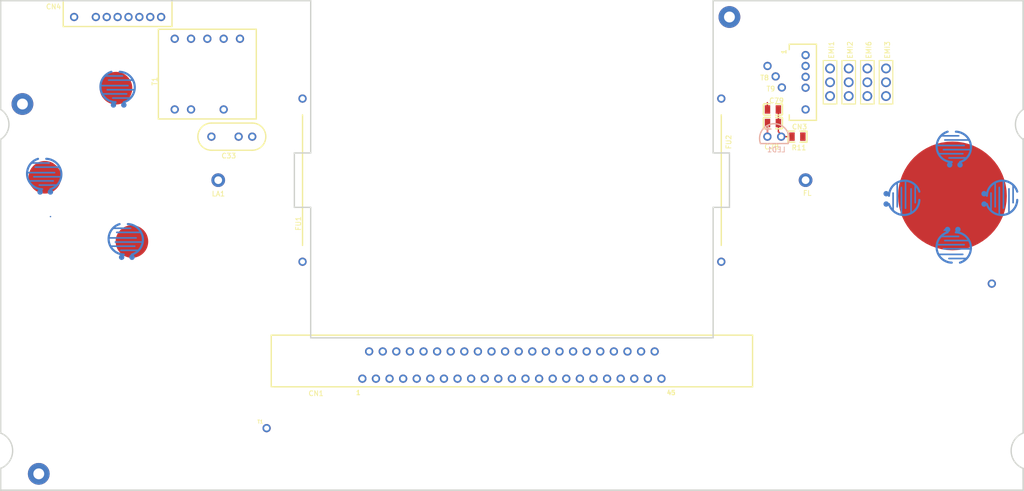
<source format=kicad_pcb>
(kicad_pcb (version 20240108) (generator "pcbnew") (generator_version "8.0")
  (layers (0 "F.Cu" signal "TopLayer") (1 "In1.Cu" signal "5V+Signal") (2 "In2.Cu" signal "GND") (31 "B.Cu" signal "BottomLayer") (34 "B.Paste" user "BottomPasteMaskLayer") (35 "F.Paste" user "TopPasteMaskLayer") (36 "B.SilkS" user "BottomSilkLayer") (37 "F.SilkS" user "TopSilkLayer") (38 "B.Mask" user "BottomSolderMaskLayer") (39 "F.Mask" user "TopSolderMaskLayer") (44 "Edge.Cuts" user "BoardOutLine"))
  (net 0 "")
  (net 1 "D7")
  (net 2 "D6")
  (net 3 "D5")
  (net 4 "D4")
  (net 5 "D3")
  (net 6 "GG")
  (net 7 "R11_2")
  (net 8 "+5V")
  (net 9 "A8")
  (net 10 "A10")
  (net 11 "UP")
  (net 12 "DOWN")
  (net 13 "LE")
  (net 14 "RI")
  (net 15 "A9")
  (net 16 "ANALOG+5V")
  (net 17 "A7")
  (net 18 "A6")
  (net 19 "A5")
  (net 20 "A4")
  (net 21 "GND")
  (net 22 "CN3_5")
  (net 23 "D2")
  (net 24 "D0")
  (net 25 "D1")
  (net 26 "A14")
  (net 27 "EXM1")
  (net 28 "A15")
  (net 29 "MREQ")
  (net 30 "RD")
  (net 31 "M1")
  (net 32 "IORQ")
  (net 33 "R22_2")
  (net 34 "C23_2")
  (net 35 "TV")
  (net 36 "WR")
  (net 37 "IC1_26")
  (net 38 "CN4_6")
  (net 39 "PS")
  (net 40 "TR")
  (net 41 "TL")
  (net 42 "A0")
  (net 43 "A2")
  (net 44 "A3")
  (net 45 "A1")
  (net 46 "A11")
  (net 47 "A13")
  (net 48 "A12")
  (net 49 "RFSH")
  (net 50 "+34V")
  (net 51 "EMI6_3")
  (net 52 "EMI1_3")
  (net 53 "C32_1")
  (net 54 "C32_2")
  (net 55 "Q4_1")
  (net 56 "Q3_1")
  (net 57 "LA1_1")
  (net 58 "FU1_2")
  (net 59 "FU1_1")
  (net 60 "C33_1")
  (net 61 "CN3_3")
  (net 62 "CN3_4")
  (net 63 "EXM2")
  (net 64 "EMI3_1")
  (net 65 "EMI2_1")
  (net 66 "EMI1_1")
  (net 67 "EMI6_1")
  (net 68 "SAMP")
  (net 69 "CCLK")
  (net 70 "L2_2")
  (net 71 "CN4_7")
  (net 72 "CLK")
  (net 73 "LED1_2")
  (net 74 "EMI2_3")
  (net 75 "EMI3_3")
  (footprint "BackupProjects_allisonbarfield_personal_3_20250219:CONNECTOR3" (layer "F.Cu") (at 195 68)
    (property "Reference" "CN3" (at 0.415 14.6646 0) (layer "F.SilkS") (effects (font (size 0.9144 0.9144) (thickness 0.1524)) (justify left top)))
    (property "Value" "WIRE HARN SP FOR GG" (hide yes))
    (fp_line (start 0 0) (end 0 1) (stroke (width 0.254)) (layer "F.SilkS"))
    (fp_line (start 0 14) (end 0 13) (stroke (width 0.254)) (layer "F.SilkS"))
    (fp_line (start 5 0) (end 0 0) (stroke (width 0.254)) (layer "F.SilkS"))
    (fp_line (start 5 0) (end 5 14) (stroke (width 0.254)) (layer "F.SilkS"))
    (fp_line (start 5 14) (end 0 14) (stroke (width 0.254)) (layer "F.SilkS"))
    (fp_text user "1" (at -1.435 1.9049 90) (layer "F.SilkS") (effects (font (size 0.8 0.8) (thickness 0.2032)) (justify left top)))
    (pad "1" thru_hole oval (at 3 1.9999) (size 1.524 1.524) (drill 0.9144) (layers "*.Cu" "*.Mask") (net 16 "ANALOG+5V"))
    (pad "2" thru_hole oval (at 3 3.9999) (size 1.524 1.524) (drill 0.9144) (layers "*.Cu" "*.Mask") (net 21 "GND"))
    (pad "3" thru_hole oval (at 3 5.9999) (size 1.524 1.524) (drill 0.9144) (layers "*.Cu" "*.Mask") (net 61 "CN3_3"))
    (pad "4" thru_hole oval (at 3 7.9999) (size 1.524 1.524) (drill 0.9144) (layers "*.Cu" "*.Mask") (net 62 "CN3_4"))
    (pad "5" thru_hole oval (at 3 11.9999) (size 1.524 1.524) (drill 0.9144) (layers "*.Cu" "*.Mask") (net 22 "CN3_5"))
  )
  (footprint "BackupProjects_allisonbarfield_personal_3_20250219:Pad_gge109066" (layer "F.Cu") (at 191 71.9999)
    (property "Reference" "Pad_gge109066" (hide yes))
    (property "Value" "Pad_gge109066" (hide yes))
    (pad "5" thru_hole oval (at 0 0) (size 1.524 1.524) (drill 0.9144) (layers "*.Cu" "*.Mask") (net 21 "GND"))
  )
  (footprint "BackupProjects_allisonbarfield_personal_3_20250219:LAMP" (layer "F.Cu") (at 198 92.9999 180)
    (property "Reference" "LA1" (at 109.265 -1.9837 0) (layer "F.SilkS") (effects (font (size 0.9144 0.9144) (thickness 0.152)) (justify left top)))
    (property "Value" "Lamp" (hide yes))
    (pad "1" thru_hole oval (at 0.0001 0 180) (size 2.524 2.524) (drill 1.414) (layers "*.Cu" "*.Mask") (net 57 "LA1_1"))
    (pad "2" thru_hole oval (at 108.0001 0 180) (size 2.524 2.524) (drill 1.414) (layers "*.Cu" "*.Mask") (net 58 "FU1_2"))
  )
  (footprint "BackupProjects_allisonbarfield_personal_3_20250219:Hole_gge24790" (layer "F.Cu") (at 94.9999 62.9999)
    (property "Reference" "Hole_gge24790" (hide yes))
    (property "Value" "Hole_gge24790" (hide yes))
    (pad "" np_thru_hole circle (at 0 0) (size 2 2) (drill 2) (layers "F&B.Cu" "*.Mask"))
  )
  (footprint "BackupProjects_allisonbarfield_personal_3_20250219:Pad_gge24780" (layer "F.Cu") (at 54 78.9999)
    (property "Reference" "Pad_gge24780" (hide yes))
    (property "Value" "Pad_gge24780" (hide yes))
    (pad "1" thru_hole oval (at 0 0) (size 4 4) (drill 2) (layers "*.Cu" "*.Mask"))
  )
  (footprint "BackupProjects_allisonbarfield_personal_3_20250219:Pad_gge109074" (layer "F.Cu") (at 192.494 73.927)
    (property "Reference" "Pad_gge109074" (hide yes))
    (property "Value" "Pad_gge109074" (hide yes))
    (pad "6" thru_hole oval (at 0 0) (size 1.524 1.524) (drill 0.9144) (layers "*.Cu" "*.Mask") (net 61 "CN3_3"))
  )
  (footprint "BackupProjects_allisonbarfield_personal_3_20250219:Hole_gge24821" (layer "F.Cu") (at 235.5 107.0001)
    (property "Reference" "Hole_gge24821" (hide yes))
    (property "Value" "Hole_gge24821" (hide yes))
    (pad "" np_thru_hole circle (at 0 0) (size 2 2) (drill 2) (layers "F&B.Cu" "*.Mask"))
  )
  (footprint "BackupProjects_allisonbarfield_personal_3_20250219:Hole_gge24816" (layer "F.Cu") (at 235.0001 62.9999)
    (property "Reference" "Hole_gge24816" (hide yes))
    (property "Value" "Hole_gge24816" (hide yes))
    (pad "" np_thru_hole circle (at 0 0) (size 2 2) (drill 2) (layers "F&B.Cu" "*.Mask"))
  )
  (footprint "BackupProjects_allisonbarfield_personal_3_20250219:Pad_gge85411" (layer "F.Cu") (at 98.8991 138.6007)
    (property "Reference" "Pad_gge85411" (hide yes))
    (property "Value" "Pad_gge85411" (hide yes))
    (pad "3" thru_hole oval (at 0 0) (size 1.524 1.524) (drill 0.9144) (layers "*.Cu" "*.Mask") (net 72 "CLK"))
  )
  (footprint "BackupProjects_allisonbarfield_personal_3_20250219:Hole_gge24800" (layer "F.Cu") (at 183.75 115.4999)
    (property "Reference" "Hole_gge24800" (hide yes))
    (property "Value" "Hole_gge24800" (hide yes))
    (pad "" np_thru_hole circle (at 0 0) (size 2 2) (drill 2) (layers "F&B.Cu" "*.Mask"))
  )
  (footprint "BackupProjects_allisonbarfield_personal_3_20250219:FUSE" (layer "F.Cu") (at 182.5 78.0001 180)
    (property "Reference" "FU2" (at -0.8246 -9.3889 90) (layer "F.SilkS") (effects (font (size 0.9144 0.9144) (thickness 0.1524)) (justify left top)))
    (property "Value" "Glass tube fuse2A 3F 250VAC" (hide yes))
    (fp_line (start 0 -3) (end 0 -27) (stroke (width 0.254)) (layer "F.SilkS"))
    (pad "1" thru_hole oval (at 0.0001 0 180) (size 1.524 1.524) (drill 0.9144) (layers "*.Cu" "*.Mask") (net 21 "GND"))
    (pad "2" thru_hole oval (at 0.0001 -29.9999 180) (size 1.524 1.524) (drill 0.9144) (layers "*.Cu" "*.Mask") (net 57 "LA1_1"))
  )
  (footprint "BackupProjects_allisonbarfield_personal_3_20250219:Hole_gge24781" (layer "F.Cu") (at 103.9999 62.9999)
    (property "Reference" "Hole_gge24781" (hide yes))
    (property "Value" "Hole_gge24781" (hide yes))
    (pad "" np_thru_hole circle (at 0 0) (size 2 2) (drill 2) (layers "F&B.Cu" "*.Mask"))
  )
  (footprint "BackupProjects_allisonbarfield_personal_3_20250219:Pad_gge90736" (layer "F.Cu") (at 232.245 112.027)
    (property "Reference" "Pad_gge90736" (hide yes))
    (property "Value" "Pad_gge90736" (hide yes))
    (pad "4" thru_hole oval (at 0 0) (size 1.524 1.524) (drill 0.9144) (layers "*.Cu" "*.Mask") (net 68 "SAMP"))
  )
  (footprint "BackupProjects_allisonbarfield_personal_3_20250219:CN4" (layer "F.Cu") (at 61.5 64.7501)
    (property "Reference" "CN4" (at -3.245 -4.1835 0) (layer "F.SilkS") (effects (font (size 0.9144 0.9144) (thickness 0.1524)) (justify left top)))
    (property "Value" "CN4" (hide yes))
    (fp_line (start 0 0) (end 0 -4.5) (stroke (width 0.254)) (layer "F.SilkS"))
    (fp_line (start 0 0) (end 20 0) (stroke (width 0.254)) (layer "F.SilkS"))
    (fp_line (start 20 0) (end 20 -4.5) (stroke (width 0.254)) (layer "F.SilkS"))
    (pad "1" thru_hole oval (at 18.0001 -1.7501) (size 1.524 1.524) (drill 0.9144) (layers "*.Cu" "*.Mask") (net 8 "+5V"))
    (pad "2" thru_hole oval (at 16.0001 -1.7501) (size 1.524 1.524) (drill 0.9144) (layers "*.Cu" "*.Mask") (net 8 "+5V"))
    (pad "3" thru_hole oval (at 14.0001 -1.7501) (size 1.524 1.524) (drill 0.9144) (layers "*.Cu" "*.Mask") (net 21 "GND"))
    (pad "4" thru_hole oval (at 12.0001 -1.7501) (size 1.524 1.524) (drill 0.9144) (layers "*.Cu" "*.Mask") (net 21 "GND"))
    (pad "5" thru_hole oval (at 10.0001 -1.7501) (size 1.524 1.524) (drill 0.9144) (layers "*.Cu" "*.Mask") (net 21 "GND"))
    (pad "6" thru_hole oval (at 8.0001 -1.7501) (size 1.524 1.524) (drill 0.9144) (layers "*.Cu" "*.Mask") (net 38 "CN4_6"))
    (pad "7" thru_hole oval (at 6.0001 -1.7501) (size 1.524 1.524) (drill 0.9144) (layers "*.Cu" "*.Mask") (net 71 "CN4_7"))
    (pad "9" thru_hole oval (at 2.0001 -1.7501) (size 1.524 1.524) (drill 0.9144) (layers "*.Cu" "*.Mask") (net 50 "+34V"))
  )
  (footprint "BackupProjects_allisonbarfield_personal_3_20250219:CN1" (layer "F.Cu") (at 99.75 121.5)
    (property "Reference" "CN1" (at 6.765 10.1866 0) (layer "F.SilkS") (effects (font (size 0.9144 0.9144) (thickness 0.1524)) (justify left top)))
    (property "Value" "CONN 45P FOR GG 01" (hide yes))
    (fp_line (start 0 0) (end 0 9.5) (stroke (width 0.254)) (layer "F.SilkS"))
    (fp_line (start 0.254 9.5) (end 88.5001 9.5) (stroke (width 0.254)) (layer "F.SilkS"))
    (fp_line (start 88.5001 0) (end 0 0) (stroke (width 0.254)) (layer "F.SilkS"))
    (fp_line (start 88.5001 0) (end 88.5 9.5) (stroke (width 0.254)) (layer "F.SilkS"))
    (fp_text user "1" (at 15.494 10.1219 0) (layer "F.SilkS") (effects (font (size 0.8 0.8) (thickness 0.2032)) (justify left top)))
    (fp_text user "45" (at 72.644 10.1219 0) (layer "F.SilkS") (effects (font (size 0.8 0.8) (thickness 0.2032)) (justify left top)))
    (pad "" np_thru_hole circle (at 3.5001 4.5) (size 3.5 3.5) (drill 3.5) (layers "F&B.Cu" "*.Mask"))
    (pad "" np_thru_hole circle (at 85.0001 4.5) (size 3.5 3.5) (drill 3.5) (layers "F&B.Cu" "*.Mask"))
    (pad "1" thru_hole oval (at 16.75 7.9999) (size 1.524 1.524) (drill 0.9144) (layers "*.Cu" "*.Mask") (net 50 "+34V"))
    (pad "2" thru_hole oval (at 17.9999 2.9999) (size 1.524 1.524) (drill 0.9144) (layers "*.Cu" "*.Mask") (net 8 "+5V"))
    (pad "3" thru_hole oval (at 19.2499 7.9999) (size 1.524 1.524) (drill 0.9144) (layers "*.Cu" "*.Mask") (net 36 "WR"))
    (pad "4" thru_hole oval (at 20.5001 2.9999) (size 1.524 1.524) (drill 0.9144) (layers "*.Cu" "*.Mask") (net 48 "A12"))
    (pad "5" thru_hole oval (at 21.75 7.9999) (size 1.524 1.524) (drill 0.9144) (layers "*.Cu" "*.Mask") (net 17 "A7"))
    (pad "6" thru_hole oval (at 22.9999 2.9999) (size 1.524 1.524) (drill 0.9144) (layers "*.Cu" "*.Mask") (net 18 "A6"))
    (pad "7" thru_hole oval (at 24.2499 7.9999) (size 1.524 1.524) (drill 0.9144) (layers "*.Cu" "*.Mask") (net 19 "A5"))
    (pad "8" thru_hole oval (at 25.5001 2.9999) (size 1.524 1.524) (drill 0.9144) (layers "*.Cu" "*.Mask") (net 20 "A4"))
    (pad "9" thru_hole oval (at 26.75 7.9999) (size 1.524 1.524) (drill 0.9144) (layers "*.Cu" "*.Mask") (net 44 "A3"))
    (pad "10" thru_hole oval (at 27.9999 2.9999) (size 1.524 1.524) (drill 0.9144) (layers "*.Cu" "*.Mask") (net 43 "A2"))
    (pad "11" thru_hole oval (at 29.2501 7.9999) (size 1.524 1.524) (drill 0.9144) (layers "*.Cu" "*.Mask") (net 45 "A1"))
    (pad "12" thru_hole oval (at 30.5 2.9999) (size 1.524 1.524) (drill 0.9144) (layers "*.Cu" "*.Mask") (net 42 "A0"))
    (pad "13" thru_hole oval (at 31.7551 7.9999) (size 1.524 1.524) (drill 0.9144) (layers "*.Cu" "*.Mask") (net 24 "D0"))
    (pad "14" thru_hole oval (at 32.9999 2.9999) (size 1.524 1.524) (drill 0.9144) (layers "*.Cu" "*.Mask") (net 25 "D1"))
    (pad "15" thru_hole oval (at 34.2498 7.9999) (size 1.524 1.524) (drill 0.9144) (layers "*.Cu" "*.Mask") (net 23 "D2"))
    (pad "16" thru_hole oval (at 35.5 2.9999) (size 1.524 1.524) (drill 0.9144) (layers "*.Cu" "*.Mask") (net 21 "GND"))
    (pad "17" thru_hole oval (at 36.75 7.9999) (size 1.524 1.524) (drill 0.9144) (layers "*.Cu" "*.Mask") (net 21 "GND"))
    (pad "18" thru_hole oval (at 37.9999 2.9999) (size 1.524 1.524) (drill 0.9144) (layers "*.Cu" "*.Mask") (net 21 "GND"))
    (pad "19" thru_hole oval (at 39.2501 7.9999) (size 1.524 1.524) (drill 0.9144) (layers "*.Cu" "*.Mask") (net 5 "D3"))
    (pad "20" thru_hole oval (at 40.5 2.9999) (size 1.524 1.524) (drill 0.9144) (layers "*.Cu" "*.Mask") (net 4 "D4"))
    (pad "21" thru_hole oval (at 41.75 7.9999) (size 1.524 1.524) (drill 0.9144) (layers "*.Cu" "*.Mask") (net 3 "D5"))
    (pad "22" thru_hole oval (at 42.9999 2.9999) (size 1.524 1.524) (drill 0.9144) (layers "*.Cu" "*.Mask") (net 2 "D6"))
    (pad "23" thru_hole oval (at 44.2501 7.9999) (size 1.524 1.524) (drill 0.9144) (layers "*.Cu" "*.Mask") (net 1 "D7"))
    (pad "24" thru_hole oval (at 45.5 2.9999) (size 1.524 1.524) (drill 0.9144) (layers "*.Cu" "*.Mask") (net 29 "MREQ"))
    (pad "25" thru_hole oval (at 46.7499 7.9999) (size 1.524 1.524) (drill 0.9144) (layers "*.Cu" "*.Mask") (net 10 "A10"))
    (pad "26" thru_hole oval (at 47.9999 2.9999) (size 1.524 1.524) (drill 0.9144) (layers "*.Cu" "*.Mask") (net 30 "RD"))
    (pad "27" thru_hole oval (at 49.2501 7.9999) (size 1.524 1.524) (drill 0.9144) (layers "*.Cu" "*.Mask") (net 63 "EXM2"))
    (pad "28" thru_hole oval (at 50.5 2.9999) (size 1.524 1.524) (drill 0.9144) (layers "*.Cu" "*.Mask") (net 28 "A15"))
    (pad "29" thru_hole oval (at 51.7499 7.9999) (size 1.524 1.524) (drill 0.9144) (layers "*.Cu" "*.Mask") (net 46 "A11"))
    (pad "30" thru_hole oval (at 52.9999 2.9999) (size 1.524 1.524) (drill 0.9144) (layers "*.Cu" "*.Mask") (net 15 "A9"))
    (pad "31" thru_hole oval (at 54.2501 7.9999) (size 1.524 1.524) (drill 0.9144) (layers "*.Cu" "*.Mask") (net 9 "A8"))
    (pad "32" thru_hole oval (at 55.5 2.9999) (size 1.524 1.524) (drill 0.9144) (layers "*.Cu" "*.Mask") (net 47 "A13"))
    (pad "33" thru_hole oval (at 56.7499 7.9999) (size 1.524 1.524) (drill 0.9144) (layers "*.Cu" "*.Mask") (net 26 "A14"))
    (pad "34" thru_hole oval (at 58.0001 2.9999) (size 1.524 1.524) (drill 0.9144) (layers "*.Cu" "*.Mask") (net 27 "EXM1"))
    (pad "35" thru_hole oval (at 59.25 7.9999) (size 1.524 1.524) (drill 0.9144) (layers "*.Cu" "*.Mask") (net 8 "+5V"))
    (pad "36" thru_hole oval (at 60.5 2.9999) (size 1.524 1.524) (drill 0.9144) (layers "*.Cu" "*.Mask") (net 31 "M1"))
    (pad "37" thru_hole oval (at 61.7499 7.9999) (size 1.524 1.524) (drill 0.9144) (layers "*.Cu" "*.Mask") (net 32 "IORQ"))
    (pad "38" thru_hole oval (at 63.0001 2.9999) (size 1.524 1.524) (drill 0.9144) (layers "*.Cu" "*.Mask") (net 49 "RFSH"))
    (pad "39" thru_hole oval (at 64.25 7.9999) (size 1.524 1.524) (drill 0.9144) (layers "*.Cu" "*.Mask") (net 37 "IC1_26"))
    (pad "40" thru_hole oval (at 65.5 2.9999) (size 1.524 1.524) (drill 0.9144) (layers "*.Cu" "*.Mask") (net 69 "CCLK"))
    (pad "41" thru_hole oval (at 66.7499 7.9999) (size 1.524 1.524) (drill 0.9144) (layers "*.Cu" "*.Mask") (net 21 "GND"))
    (pad "42" thru_hole oval (at 68.0001 2.9999) (size 1.524 1.524) (drill 0.9144) (layers "*.Cu" "*.Mask") (net 6 "GG"))
    (pad "43" thru_hole oval (at 69.25 8.0009) (size 1.524 1.524) (drill 0.9144) (layers "*.Cu" "*.Mask") (net 35 "TV"))
    (pad "44" thru_hole oval (at 70.5 2.9999) (size 1.524 1.524) (drill 0.9144) (layers "*.Cu" "*.Mask") (net 33 "R22_2"))
    (pad "45" thru_hole oval (at 71.7499 7.9999) (size 1.524 1.524) (drill 0.9144) (layers "*.Cu" "*.Mask") (net 34 "C23_2"))
  )
  (footprint "BackupProjects_allisonbarfield_personal_3_20250219:FILTER-TH_3P-L8.0-W2.5-P2.54-R" (layer "F.Cu") (at 212.7911 74.9989 90)
    (property "Reference" "EMI3" (at 4.2469 -0.2804 90) (layer "F.SilkS") (effects (font (size 0.9144 0.9144) (thickness 0.1524)) (justify left top)))
    (property "Value" "EMI" (hide yes))
    (fp_line (start 4 -1.25) (end 4 1.25) (stroke (width 0.2)) (layer "F.SilkS"))
    (fp_line (start -4 -1.25) (end 4 -1.25) (stroke (width 0.2)) (layer "F.SilkS"))
    (fp_line (start 4 1.2499) (end -4 1.2499) (stroke (width 0.2)) (layer "F.SilkS"))
    (fp_line (start -4 1.2499) (end -4 -1.2499) (stroke (width 0.2)) (layer "F.SilkS"))
    (pad "1" thru_hole oval (at -2.54 0 90) (size 1.8 1.8) (drill 1.2) (layers "*.Cu" "*.Mask") (net 64 "EMI3_1"))
    (pad "2" thru_hole oval (at 0 0 90) (size 1.8 1.8) (drill 1.2) (layers "*.Cu" "*.Mask") (net 21 "GND"))
    (pad "3" thru_hole oval (at 2.54 0 90) (size 1.8 1.8) (drill 1.2) (layers "*.Cu" "*.Mask") (net 75 "EMI3_3"))
  )
  (footprint "BackupProjects_allisonbarfield_personal_3_20250219:R0805" (layer "F.Cu") (at 196.4988 84.9989)
    (property "Reference" "R11" (at -1.1417 1.4999 0) (layer "F.SilkS") (effects (font (size 0.9144 0.9144) (thickness 0.1524)) (justify left top)))
    (property "Value" "0" (hide yes))
    (fp_line (start -1.75 -1.02) (end -1.75 1.02) (stroke (width 0.254)) (layer "F.SilkS"))
    (fp_line (start -0.5 -1.02) (end -1.75 -1.02) (stroke (width 0.254)) (layer "F.SilkS"))
    (fp_line (start -0.5 1.02) (end -1.75 1.02) (stroke (width 0.254)) (layer "F.SilkS"))
    (fp_line (start 0.5 -1.02) (end 1.75 -1.02) (stroke (width 0.254)) (layer "F.SilkS"))
    (fp_line (start 0.5 1.02) (end 1.75 1.02) (stroke (width 0.254)) (layer "F.SilkS"))
    (fp_line (start 1.75 -1.02) (end 1.75 1.02) (stroke (width 0.254)) (layer "F.SilkS"))
    (pad "1" smd rect (at -1 0) (size 1 1.55) (layers "F.Cu" "F.Paste" "F.Mask") (net 73 "LED1_2"))
    (pad "2" smd rect (at 1 0) (size 1 1.55) (layers "F.Cu" "F.Paste" "F.Mask") (net 7 "R11_2"))
  )
  (footprint "BackupProjects_allisonbarfield_personal_3_20250219:CAP33" (layer "F.Cu") (at 88.75 85)
    (property "Reference" "C33" (at 1.763 2.9986 0) (layer "F.SilkS") (effects (font (size 0.9144 0.9144) (thickness 0.1524)) (justify left top)))
    (property "Value" "1u" (hide yes))
    (fp_line (start 7.5 -2.5) (end 0.005 -2.5) (stroke (width 0.254)) (layer "F.SilkS"))
    (fp_line (start 7.5 2.5) (end 0.005 2.5) (stroke (width 0.254)) (layer "F.SilkS"))
    (fp_arc (start 0.005 2.5) (mid -2.495 0) (end 0.005 -2.5) (stroke (width 0.254)) (layer "F.SilkS"))
    (fp_arc (start 7.5 -2.5) (mid 10 0) (end 7.5 2.5) (stroke (width 0.254)) (layer "F.SilkS"))
    (pad "1" thru_hole oval (at 0 0.0001) (size 1.524 1.524) (drill 0.9144) (layers "*.Cu" "*.Mask") (net 60 "C33_1"))
    (pad "2" thru_hole oval (at 5 0.0001) (size 1.524 1.524) (drill 0.9144) (layers "*.Cu" "*.Mask") (net 59 "FU1_1"))
    (pad "2" thru_hole oval (at 7.5001 0.0001) (size 1.524 1.524) (drill 0.9144) (layers "*.Cu" "*.Mask") (net 59 "FU1_1"))
  )
  (footprint "BackupProjects_allisonbarfield_personal_3_20250219:Hole_gge24795" (layer "F.Cu") (at 94.5 115.4999)
    (property "Reference" "Hole_gge24795" (hide yes))
    (property "Value" "Hole_gge24795" (hide yes))
    (pad "" np_thru_hole circle (at 0 0) (size 2 2) (drill 2) (layers "F&B.Cu" "*.Mask"))
  )
  (footprint "BackupProjects_allisonbarfield_personal_3_20250219:C0805" (layer "F.Cu") (at 192.0005 82.4995 180)
    (property "Reference" "C78" (at 1.6655 -3.8481 0) (layer "F.SilkS") (effects (font (size 0.9144 0.9144) (thickness 0.1524)) (justify left top)))
    (property "Value" "1u" (hide yes))
    (fp_line (start 1.75 0.84) (end 1.75 0.8) (stroke (width 0.254)) (layer "F.SilkS"))
    (fp_line (start 1.75 -0.8) (end 1.75 0.8) (stroke (width 0.254)) (layer "F.SilkS"))
    (fp_line (start 1.75 -0.84) (end 1.75 -0.8) (stroke (width 0.254)) (layer "F.SilkS"))
    (fp_line (start 0.5 1.04) (end 1.55 1.04) (stroke (width 0.254)) (layer "F.SilkS"))
    (fp_line (start 0.5 -1.04) (end 1.55 -1.04) (stroke (width 0.254)) (layer "F.SilkS"))
    (fp_line (start -0.5 1.04) (end -1.55 1.04) (stroke (width 0.254)) (layer "F.SilkS"))
    (fp_line (start -0.5 -1.04) (end -1.55 -1.04) (stroke (width 0.254)) (layer "F.SilkS"))
    (fp_line (start -1.75 0.84) (end -1.75 0.8) (stroke (width 0.254)) (layer "F.SilkS"))
    (fp_line (start -1.75 -0.8) (end -1.75 0.8) (stroke (width 0.254)) (layer "F.SilkS"))
    (fp_line (start -1.75 -0.8199) (end -1.75 -0.8) (stroke (width 0.254)) (layer "F.SilkS"))
    (fp_line (start -1.75 -0.84) (end -1.75 -0.8) (stroke (width 0.254)) (layer "F.SilkS"))
    (fp_arc (start 1.75 0.84) (mid 1.691421 0.981421) (end 1.55 1.04) (stroke (width 0.254)) (layer "F.SilkS"))
    (fp_arc (start 1.55 -1.04) (mid 1.691421 -0.981421) (end 1.75 -0.84) (stroke (width 0.254)) (layer "F.SilkS"))
    (fp_arc (start -1.55 1.04) (mid -1.691421 0.981421) (end -1.75 0.84) (stroke (width 0.254)) (layer "F.SilkS"))
    (fp_arc (start -1.75 -0.84) (mid -1.691421 -0.981421) (end -1.55 -1.04) (stroke (width 0.254)) (layer "F.SilkS"))
    (pad "1" smd rect (at -1 0 180) (size 1 1.55) (layers "F.Cu" "F.Paste" "F.Mask") (net 73 "LED1_2"))
    (pad "2" smd rect (at 1 0 180) (size 1 1.55) (layers "F.Cu" "F.Paste" "F.Mask") (net 8 "+5V"))
  )
  (footprint "BackupProjects_allisonbarfield_personal_3_20250219:Pad_gge24811" (layer "F.Cu") (at 184 62.9999)
    (property "Reference" "Pad_gge24811" (hide yes))
    (property "Value" "Pad_gge24811" (hide yes))
    (pad "1" thru_hole oval (at 0 0) (size 4 4) (drill 2) (layers "*.Cu" "*.Mask"))
  )
  (footprint "BackupProjects_allisonbarfield_personal_3_20250219:FILTER-TH_3P-L8.0-W2.5-P2.54-R" (layer "F.Cu") (at 205.9306 74.9989 90)
    (property "Reference" "EMI2" (at 4.2469 -0.2799 90) (layer "F.SilkS") (effects (font (size 0.9144 0.9144) (thickness 0.1524)) (justify left top)))
    (property "Value" "EMI" (hide yes))
    (fp_line (start 4 -1.25) (end 4 1.25) (stroke (width 0.2)) (layer "F.SilkS"))
    (fp_line (start -4 -1.25) (end 4 -1.25) (stroke (width 0.2)) (layer "F.SilkS"))
    (fp_line (start 4 1.2499) (end -4 1.2499) (stroke (width 0.2)) (layer "F.SilkS"))
    (fp_line (start -4 1.2499) (end -4 -1.2499) (stroke (width 0.2)) (layer "F.SilkS"))
    (pad "1" thru_hole oval (at -2.54 0 90) (size 1.8 1.8) (drill 1.2) (layers "*.Cu" "*.Mask") (net 65 "EMI2_1"))
    (pad "2" thru_hole oval (at 0 0 90) (size 1.8 1.8) (drill 1.2) (layers "*.Cu" "*.Mask") (net 21 "GND"))
    (pad "3" thru_hole oval (at 2.54 0 90) (size 1.8 1.8) (drill 1.2) (layers "*.Cu" "*.Mask") (net 74 "EMI2_3"))
  )
  (footprint "BackupProjects_allisonbarfield_personal_3_20250219:Hole_gge24805" (layer "F.Cu") (at 183.75 70.75)
    (property "Reference" "Hole_gge24805" (hide yes))
    (property "Value" "Hole_gge24805" (hide yes))
    (pad "" np_thru_hole circle (at 0 0) (size 2 2) (drill 2) (layers "F&B.Cu" "*.Mask"))
  )
  (footprint "BackupProjects_allisonbarfield_personal_3_20250219:Hole_gge24831" (layer "F.Cu") (at 213.9999 85.5)
    (property "Reference" "Hole_gge24831" (hide yes))
    (property "Value" "Hole_gge24831" (hide yes))
    (pad "" np_thru_hole circle (at 0 0) (size 2 2) (drill 2) (layers "F&B.Cu" "*.Mask"))
  )
  (footprint "BackupProjects_allisonbarfield_personal_3_20250219:FILTER-TH_3P-L8.0-W2.5-P2.54-R" (layer "F.Cu") (at 202.4991 74.9989 90)
    (property "Reference" "EMI1" (at 4.2469 -0.2784 90) (layer "F.SilkS") (effects (font (size 0.9144 0.9144) (thickness 0.1524)) (justify left top)))
    (property "Value" "EMI" (hide yes))
    (fp_line (start 4 -1.25) (end 4 1.25) (stroke (width 0.2)) (layer "F.SilkS"))
    (fp_line (start -4 -1.25) (end 4 -1.25) (stroke (width 0.2)) (layer "F.SilkS"))
    (fp_line (start 4 1.2499) (end -4 1.2499) (stroke (width 0.2)) (layer "F.SilkS"))
    (fp_line (start -4 1.2499) (end -4 -1.2499) (stroke (width 0.2)) (layer "F.SilkS"))
    (pad "1" thru_hole oval (at -2.54 0 90) (size 1.8 1.8) (drill 1.2) (layers "*.Cu" "*.Mask") (net 66 "EMI1_1"))
    (pad "2" thru_hole oval (at 0 0 90) (size 1.8 1.8) (drill 1.2) (layers "*.Cu" "*.Mask") (net 21 "GND"))
    (pad "3" thru_hole oval (at 2.54 0 90) (size 1.8 1.8) (drill 1.2) (layers "*.Cu" "*.Mask") (net 52 "EMI1_3"))
  )
  (footprint "BackupProjects_allisonbarfield_personal_3_20250219:Pad_gge109081" (layer "F.Cu") (at 193.637 75.959)
    (property "Reference" "Pad_gge109081" (hide yes))
    (property "Value" "Pad_gge109081" (hide yes))
    (pad "7" thru_hole oval (at 0 0) (size 1.524 1.524) (drill 0.9144) (layers "*.Cu" "*.Mask") (net 62 "CN3_4"))
  )
  (footprint "BackupProjects_allisonbarfield_personal_3_20250219:FUSE" (layer "F.Cu") (at 105.5 78.0001 180)
    (property "Reference" "FU1" (at 1.2964 -24.3749 90) (layer "F.SilkS") (effects (font (size 0.9144 0.9144) (thickness 0.1524)) (justify left top)))
    (property "Value" "Glass tube fuse2A 3F 250VAC" (hide yes))
    (fp_line (start 0 -3) (end 0 -27) (stroke (width 0.254)) (layer "F.SilkS"))
    (pad "1" thru_hole oval (at 0 0 180) (size 1.524 1.524) (drill 0.9144) (layers "*.Cu" "*.Mask") (net 59 "FU1_1"))
    (pad "2" thru_hole oval (at 0 -29.9999 180) (size 1.524 1.524) (drill 0.9144) (layers "*.Cu" "*.Mask") (net 58 "FU1_2"))
  )
  (footprint "BackupProjects_allisonbarfield_personal_3_20250219:TR1" (layer "F.Cu") (at 79 65.2499)
    (property "Reference" "T1" (at -1.2124 10.4551 90) (layer "F.SilkS") (effects (font (size 0.9144 0.9144) (thickness 0.1524)) (justify left top)))
    (property "Value" "Transformer T1" (hide yes))
    (fp_line (start 0 0) (end 0 16.5) (stroke (width 0.254)) (layer "F.SilkS"))
    (fp_line (start 0 0) (end 18 0) (stroke (width 0.254)) (layer "F.SilkS"))
    (fp_line (start 0 16.5) (end 18 16.5) (stroke (width 0.254)) (layer "F.SilkS"))
    (fp_line (start 18 0) (end 18 16.5) (stroke (width 0.254)) (layer "F.SilkS"))
    (pad "1" thru_hole oval (at 2.9999 1.75) (size 1.524 1.524) (drill 0.9144) (layers "*.Cu" "*.Mask") (net 53 "C32_1"))
    (pad "2" thru_hole oval (at 5.9999 1.75) (size 1.524 1.524) (drill 0.9144) (layers "*.Cu" "*.Mask") (net 21 "GND"))
    (pad "3" thru_hole oval (at 8.9999 1.75) (size 1.524 1.524) (drill 0.9144) (layers "*.Cu" "*.Mask") (net 70 "L2_2"))
    (pad "4" thru_hole oval (at 11.9999 1.75) (size 1.524 1.524) (drill 0.9144) (layers "*.Cu" "*.Mask") (net 54 "C32_2"))
    (pad "5" thru_hole oval (at 14.9999 1.75) (size 1.524 1.524) (drill 0.9144) (layers "*.Cu" "*.Mask") (net 56 "Q3_1"))
    (pad "6" thru_hole oval (at 2.9999 14.75) (size 1.524 1.524) (drill 0.9144) (layers "*.Cu" "*.Mask") (net 55 "Q4_1"))
    (pad "7" thru_hole oval (at 5.9999 14.75) (size 1.524 1.524) (drill 0.9144) (layers "*.Cu" "*.Mask"))
    (pad "8" thru_hole oval (at 11.9999 14.75) (size 1.524 1.524) (drill 0.9144) (layers "*.Cu" "*.Mask") (net 60 "C33_1"))
  )
  (footprint "BackupProjects_allisonbarfield_personal_3_20250219:Pad_gge24769" (layer "F.Cu") (at 57 147)
    (property "Reference" "Pad_gge24769" (hide yes))
    (property "Value" "Pad_gge24769" (hide yes))
    (pad "1" thru_hole oval (at 0 0) (size 4 4) (drill 2) (layers "*.Cu" "*.Mask"))
  )
  (footprint "BackupProjects_allisonbarfield_personal_3_20250219:Hole_gge24826" (layer "F.Cu") (at 230.9999 147)
    (property "Reference" "Hole_gge24826" (hide yes))
    (property "Value" "Hole_gge24826" (hide yes))
    (pad "" np_thru_hole circle (at 0 0) (size 2 2) (drill 2) (layers "F&B.Cu" "*.Mask"))
  )
  (footprint "BackupProjects_allisonbarfield_personal_3_20250219:FILTER-TH_3P-L8.0-W2.5-P2.54-R" (layer "F.Cu") (at 209.3596 74.9989 90)
    (property "Reference" "EMI6" (at 4.2469 -0.2789 90) (layer "F.SilkS") (effects (font (size 0.9144 0.9144) (thickness 0.1524)) (justify left top)))
    (property "Value" "EMI" (hide yes))
    (fp_line (start 4 -1.25) (end 4 1.25) (stroke (width 0.2)) (layer "F.SilkS"))
    (fp_line (start -4 -1.25) (end 4 -1.25) (stroke (width 0.2)) (layer "F.SilkS"))
    (fp_line (start 4 1.2499) (end -4 1.2499) (stroke (width 0.2)) (layer "F.SilkS"))
    (fp_line (start -4 1.2499) (end -4 -1.2499) (stroke (width 0.2)) (layer "F.SilkS"))
    (pad "1" thru_hole oval (at -2.54 0 90) (size 1.8 1.8) (drill 1.2) (layers "*.Cu" "*.Mask") (net 67 "EMI6_1"))
    (pad "2" thru_hole oval (at 0 0 90) (size 1.8 1.8) (drill 1.2) (layers "*.Cu" "*.Mask") (net 21 "GND"))
    (pad "3" thru_hole oval (at 2.54 0 90) (size 1.8 1.8) (drill 1.2) (layers "*.Cu" "*.Mask") (net 51 "EMI6_3"))
  )
  (footprint "BackupProjects_allisonbarfield_personal_3_20250219:C0805" (layer "F.Cu") (at 192.0005 80.0001)
    (property "Reference" "C79" (at -0.7765 -2.1615 0) (layer "F.SilkS") (effects (font (size 0.9144 0.9144) (thickness 0.152)) (justify left top)))
    (property "Value" "1u" (hide yes))
    (fp_line (start -1.75 -0.84) (end -1.75 -0.8) (stroke (width 0.254)) (layer "F.SilkS"))
    (fp_line (start -1.75 -0.8199) (end -1.75 -0.8) (stroke (width 0.254)) (layer "F.SilkS"))
    (fp_line (start -1.75 -0.8) (end -1.75 0.8) (stroke (width 0.254)) (layer "F.SilkS"))
    (fp_line (start -1.75 0.84) (end -1.75 0.8) (stroke (width 0.254)) (layer "F.SilkS"))
    (fp_line (start -0.5 -1.04) (end -1.55 -1.04) (stroke (width 0.254)) (layer "F.SilkS"))
    (fp_line (start -0.5 1.04) (end -1.55 1.04) (stroke (width 0.254)) (layer "F.SilkS"))
    (fp_line (start 0.5 -1.04) (end 1.55 -1.04) (stroke (width 0.254)) (layer "F.SilkS"))
    (fp_line (start 0.5 1.04) (end 1.55 1.04) (stroke (width 0.254)) (layer "F.SilkS"))
    (fp_line (start 1.75 -0.84) (end 1.75 -0.8) (stroke (width 0.254)) (layer "F.SilkS"))
    (fp_line (start 1.75 -0.8) (end 1.75 0.8) (stroke (width 0.254)) (layer "F.SilkS"))
    (fp_line (start 1.75 0.84) (end 1.75 0.8) (stroke (width 0.254)) (layer "F.SilkS"))
    (fp_arc (start -1.75 -0.84) (mid -1.691421 -0.981421) (end -1.55 -1.04) (stroke (width 0.254)) (layer "F.SilkS"))
    (fp_arc (start -1.55 1.04) (mid -1.691421 0.981421) (end -1.75 0.84) (stroke (width 0.254)) (layer "F.SilkS"))
    (fp_arc (start 1.55 -1.04) (mid 1.691421 -0.981421) (end 1.75 -0.84) (stroke (width 0.254)) (layer "F.SilkS"))
    (fp_arc (start 1.75 0.84) (mid 1.691421 0.981421) (end 1.55 1.04) (stroke (width 0.254)) (layer "F.SilkS"))
    (pad "1" smd rect (at -1 0) (size 1 1.55) (layers "F.Cu" "F.Paste" "F.Mask") (net 21 "GND"))
    (pad "2" smd rect (at 1 0) (size 1 1.55) (layers "F.Cu" "F.Paste" "F.Mask") (net 73 "LED1_2"))
  )
  (footprint "BackupProjects_allisonbarfield_personal_3_20250219:BUTTON" (layer "B.Cu") (at 225.26 87.008 -90)
    (property "Reference" "SW1" (hide yes))
    (property "Value" "UP" (hide yes))
    (fp_line (start 0.381 1.905) (end 0.381 -2.921) (stroke (width 0.3)) (layer "B.Cu"))
    (fp_line (start -1.397 1.651) (end -1.397 -2.667) (stroke (width 0.3)) (layer "B.Cu"))
    (fp_line (start 1.905 0.889) (end 1.905 -2.286) (stroke (width 0.3)) (layer "B.Cu"))
    (fp_line (start -2.159 -0.889) (end -2.159 2.286) (stroke (width 0.3)) (layer "B.Cu"))
    (fp_line (start 1.143 -1.651) (end 1.143 2.667) (stroke (width 0.3)) (layer "B.Cu"))
    (fp_line (start -0.381 -1.905) (end -0.381 2.921) (stroke (width 0.3)) (layer "B.Cu"))
    (fp_arc (start 2.667 0.381) (mid 0.195606 3.127775) (end -2.921 1.143) (stroke (width 0.4)) (layer "B.Cu"))
    (fp_arc (start -2.921 -0.381) (mid -0.449606 -3.127775) (end 2.667 -1.143) (stroke (width 0.4)) (layer "B.Cu"))
    (pad "1" smd oval (at 3.175 0.762 90) (size 1 1) (layers "B.Cu" "B.Paste" "B.Mask") (net 21 "GND"))
    (pad "2" smd oval (at 3.175 -1.143 90) (size 1 1) (layers "B.Cu" "B.Paste" "B.Mask") (net 11 "UP"))
  )
  (footprint "BackupProjects_allisonbarfield_personal_3_20250219:BUTTON" (layer "B.Cu") (at 234.0001 96.2511 180)
    (property "Reference" "SW3" (hide yes))
    (property "Value" "LEFT" (hide yes))
    (fp_line (start 1.905 0.889) (end 1.905 -2.286) (stroke (width 0.3)) (layer "B.Cu"))
    (fp_line (start 1.143 -1.651) (end 1.143 2.667) (stroke (width 0.3)) (layer "B.Cu"))
    (fp_line (start 0.381 1.905) (end 0.381 -2.921) (stroke (width 0.3)) (layer "B.Cu"))
    (fp_line (start -0.381 -1.905) (end -0.381 2.921) (stroke (width 0.3)) (layer "B.Cu"))
    (fp_line (start -1.397 1.651) (end -1.397 -2.667) (stroke (width 0.3)) (layer "B.Cu"))
    (fp_line (start -2.159 -0.889) (end -2.159 2.286) (stroke (width 0.3)) (layer "B.Cu"))
    (fp_arc (start 2.667 0.381) (mid 0.195606 3.127775) (end -2.921 1.143) (stroke (width 0.4)) (layer "B.Cu"))
    (fp_arc (start -2.921 -0.381) (mid -0.449606 -3.127775) (end 2.667 -1.143) (stroke (width 0.4)) (layer "B.Cu"))
    (pad "1" smd oval (at 3.175 0.762) (size 1 1) (layers "B.Cu" "B.Paste" "B.Mask") (net 21 "GND"))
    (pad "2" smd oval (at 3.175 -1.143) (size 1 1) (layers "B.Cu" "B.Paste" "B.Mask") (net 13 "LE"))
  )
  (footprint "BackupProjects_allisonbarfield_personal_3_20250219:BUTTON" (layer "B.Cu") (at 71.5 76 -90)
    (property "Reference" "SW7" (hide yes))
    (property "Value" "PS" (hide yes))
    (fp_line (start 0.381 1.905) (end 0.381 -2.921) (stroke (width 0.3)) (layer "B.Cu"))
    (fp_line (start -1.397 1.651) (end -1.397 -2.667) (stroke (width 0.3)) (layer "B.Cu"))
    (fp_line (start 1.905 0.889) (end 1.905 -2.286) (stroke (width 0.3)) (layer "B.Cu"))
    (fp_line (start -2.159 -0.889) (end -2.159 2.286) (stroke (width 0.3)) (layer "B.Cu"))
    (fp_line (start 1.143 -1.651) (end 1.143 2.667) (stroke (width 0.3)) (layer "B.Cu"))
    (fp_line (start -0.381 -1.905) (end -0.381 2.921) (stroke (width 0.3)) (layer "B.Cu"))
    (fp_arc (start 2.667 0.381) (mid 0.195606 3.127775) (end -2.921 1.143) (stroke (width 0.4)) (layer "B.Cu"))
    (fp_arc (start -2.921 -0.381) (mid -0.449606 -3.127775) (end 2.667 -1.143) (stroke (width 0.4)) (layer "B.Cu"))
    (pad "1" smd oval (at 3.1749 0.7619 90) (size 1 1) (layers "B.Cu" "B.Paste" "B.Mask") (net 21 "GND"))
    (pad "2" smd oval (at 3.1749 -1.1431 90) (size 1 1) (layers "B.Cu" "B.Paste" "B.Mask") (net 39 "PS"))
  )
  (footprint "BackupProjects_allisonbarfield_personal_3_20250219:BUTTON" (layer "B.Cu") (at 225.2498 105.2503 90)
    (property "Reference" "SW2" (hide yes))
    (property "Value" "DOWN" (hide yes))
    (fp_line (start -0.381 -1.905) (end -0.381 2.921) (stroke (width 0.3)) (layer "B.Cu"))
    (fp_line (start 1.143 -1.651) (end 1.143 2.667) (stroke (width 0.3)) (layer "B.Cu"))
    (fp_line (start -2.159 -0.889) (end -2.159 2.286) (stroke (width 0.3)) (layer "B.Cu"))
    (fp_line (start 1.905 0.889) (end 1.905 -2.286) (stroke (width 0.3)) (layer "B.Cu"))
    (fp_line (start -1.397 1.651) (end -1.397 -2.667) (stroke (width 0.3)) (layer "B.Cu"))
    (fp_line (start 0.381 1.905) (end 0.381 -2.921) (stroke (width 0.3)) (layer "B.Cu"))
    (fp_arc (start -2.921 -0.381) (mid -0.449606 -3.127775) (end 2.667 -1.143) (stroke (width 0.4)) (layer "B.Cu"))
    (fp_arc (start 2.667 0.381) (mid 0.195606 3.127775) (end -2.921 1.143) (stroke (width 0.4)) (layer "B.Cu"))
    (pad "1" smd oval (at 3.175 0.762 270) (size 1 1) (layers "B.Cu" "B.Paste" "B.Mask") (net 12 "DOWN"))
    (pad "2" smd oval (at 3.175 -1.143 270) (size 1 1) (layers "B.Cu" "B.Paste" "B.Mask") (net 21 "GND"))
  )
  (footprint "BackupProjects_allisonbarfield_personal_3_20250219:BUTTON" (layer "B.Cu") (at 58.001 91.9991 -90)
    (property "Reference" "SW6" (hide yes))
    (property "Value" "TR" (hide yes))
    (fp_line (start 0.381 1.905) (end 0.381 -2.921) (stroke (width 0.3)) (layer "B.Cu"))
    (fp_line (start -1.397 1.651) (end -1.397 -2.667) (stroke (width 0.3)) (layer "B.Cu"))
    (fp_line (start 1.905 0.889) (end 1.905 -2.286) (stroke (width 0.3)) (layer "B.Cu"))
    (fp_line (start -2.159 -0.889) (end -2.159 2.286) (stroke (width 0.3)) (layer "B.Cu"))
    (fp_line (start 1.143 -1.651) (end 1.143 2.667) (stroke (width 0.3)) (layer "B.Cu"))
    (fp_line (start -0.381 -1.905) (end -0.381 2.921) (stroke (width 0.3)) (layer "B.Cu"))
    (fp_arc (start 2.667 0.381) (mid 0.195606 3.127775) (end -2.921 1.143) (stroke (width 0.4)) (layer "B.Cu"))
    (fp_arc (start -2.921 -0.381) (mid -0.449606 -3.127775) (end 2.667 -1.143) (stroke (width 0.4)) (layer "B.Cu"))
    (pad "1" smd oval (at 3.175 0.762 90) (size 1 1) (layers "B.Cu" "B.Paste" "B.Mask") (net 40 "TR"))
    (pad "2" smd oval (at 3.175 -1.143 90) (size 1 1) (layers "B.Cu" "B.Paste" "B.Mask") (net 21 "GND"))
  )
  (footprint "BackupProjects_allisonbarfield_personal_3_20250219:BUTTON" (layer "B.Cu") (at 72.9997 104.0006 -90)
    (property "Reference" "SW5" (hide yes))
    (property "Value" "TL" (hide yes))
    (fp_line (start 0.381 1.905) (end 0.381 -2.921) (stroke (width 0.3)) (layer "B.Cu"))
    (fp_line (start -1.397 1.651) (end -1.397 -2.667) (stroke (width 0.3)) (layer "B.Cu"))
    (fp_line (start 1.905 0.889) (end 1.905 -2.286) (stroke (width 0.3)) (layer "B.Cu"))
    (fp_line (start -2.159 -0.889) (end -2.159 2.286) (stroke (width 0.3)) (layer "B.Cu"))
    (fp_line (start 1.143 -1.651) (end 1.143 2.667) (stroke (width 0.3)) (layer "B.Cu"))
    (fp_line (start -0.381 -1.905) (end -0.381 2.921) (stroke (width 0.3)) (layer "B.Cu"))
    (fp_arc (start 2.667 0.381) (mid 0.195606 3.127775) (end -2.921 1.143) (stroke (width 0.4)) (layer "B.Cu"))
    (fp_arc (start -2.921 -0.381) (mid -0.449606 -3.127775) (end 2.667 -1.143) (stroke (width 0.4)) (layer "B.Cu"))
    (pad "1" smd oval (at 3.175 0.762 90) (size 1 1) (layers "B.Cu" "B.Paste" "B.Mask") (net 41 "TL"))
    (pad "2" smd oval (at 3.175 -1.143 90) (size 1 1) (layers "B.Cu" "B.Paste" "B.Mask") (net 21 "GND"))
  )
  (footprint "BackupProjects_allisonbarfield_personal_3_20250219:BUTTON" (layer "B.Cu") (at 215.9992 96.2511 180)
    (property "Reference" "SW4" (hide yes))
    (property "Value" "RIGHT" (hide yes))
    (fp_line (start 1.905 0.889) (end 1.905 -2.286) (stroke (width 0.3)) (layer "B.Cu"))
    (fp_line (start 1.143 -1.651) (end 1.143 2.667) (stroke (width 0.3)) (layer "B.Cu"))
    (fp_line (start 0.381 1.905) (end 0.381 -2.921) (stroke (width 0.3)) (layer "B.Cu"))
    (fp_line (start -0.381 -1.905) (end -0.381 2.921) (stroke (width 0.3)) (layer "B.Cu"))
    (fp_line (start -1.397 1.651) (end -1.397 -2.667) (stroke (width 0.3)) (layer "B.Cu"))
    (fp_line (start -2.159 -0.889) (end -2.159 2.286) (stroke (width 0.3)) (layer "B.Cu"))
    (fp_arc (start 2.667 0.381) (mid 0.195606 3.127775) (end -2.921 1.143) (stroke (width 0.4)) (layer "B.Cu"))
    (fp_arc (start -2.921 -0.381) (mid -0.449606 -3.127775) (end 2.667 -1.143) (stroke (width 0.4)) (layer "B.Cu"))
    (pad "1" smd oval (at 3.175 0.762) (size 1 1) (layers "B.Cu" "B.Paste" "B.Mask") (net 21 "GND"))
    (pad "2" smd oval (at 3.175 -1.143) (size 1 1) (layers "B.Cu" "B.Paste" "B.Mask") (net 14 "RI"))
  )
  (footprint "BackupProjects_allisonbarfield_personal_3_20250219:LED-TH_2P-L4.80-W3.80-P2.54-L" (layer "B.Cu") (at 192.2502 84.9989)
    (property "Reference" "LED1" (at 2.1488 1.8555 0) (layer "B.SilkS") (effects (font (size 0.9144 0.9144) (thickness 0.1524)) (justify left top mirror)))
    (property "Value" "LED" (hide yes))
    (fp_line (start -1.143 -1.905) (end -1.143 -0.889) (stroke (width 0.254)) (layer "B.SilkS"))
    (fp_line (start -0.635 -1.397) (end -1.651 -1.397) (stroke (width 0.254)) (layer "B.SilkS"))
    (fp_line (start 2.5298 1.27) (end -2.54 1.27) (stroke (width 0.254)) (layer "B.SilkS"))
    (fp_arc (start -2.54 1.27) (mid 0 -2.380109) (end 2.54 1.27) (stroke (width 0.254)) (layer "B.SilkS"))
    (pad "1" thru_hole oval (at -1.27 0) (size 1.524 1.524) (drill 0.9144) (layers "*.Cu" "*.Mask") (net 8 "+5V"))
    (pad "2" thru_hole oval (at 1.27 0) (size 1.524 1.524) (drill 0.9144) (layers "*.Cu" "*.Mask") (net 73 "LED1_2"))
  )
  (gr_circle (center 225.006 95.898) (end 230.006 95.898) (stroke (width 10)) (fill none) (layer "F.Cu") (net 21))
  (gr_circle (center 71.209 76.086) (end 72.7091 76.086) (stroke (width 3)) (fill none) (layer "F.Cu") (net 21))
  (gr_circle (center 74.13 104.28) (end 75.6301 104.28) (stroke (width 3)) (fill none) (layer "F.Cu") (net 21))
  (gr_circle (center 58.128 92.469) (end 59.6281 92.469) (stroke (width 3)) (fill none) (layer "F.Cu") (net 21))
  (gr_line (start 238.0007 150) (end 50 150) (stroke (width 0.254)) (layer "Edge.Cuts"))
  (gr_arc (start 238.0001 85.500072) (mid 236.590691 82.75005) (end 238.0001 80.000029) (stroke (width 0.254)) (layer "Edge.Cuts"))
  (gr_line (start 50 150) (end 238.0007 150) (stroke (width 0.254)) (layer "Edge.Cuts"))
  (gr_line (start 184.0003 98) (end 184.0003 88) (stroke (width 0.254)) (layer "Edge.Cuts"))
  (gr_line (start 184.0003 88) (end 181.0005 88) (stroke (width 0.254)) (layer "Edge.Cuts"))
  (gr_arc (start 237.96 85.357) (mid 238.0514 85.4078) (end 238.0006 85.4992) (stroke (width 0.254)) (layer "Edge.Cuts"))
  (gr_line (start 181.0005 98) (end 184.0003 98) (stroke (width 0.254)) (layer "Edge.Cuts"))
  (gr_line (start 106.9999 98) (end 107.0002 121.999) (stroke (width 0.254)) (layer "Edge.Cuts"))
  (gr_line (start 104.0004 88) (end 104.0004 98) (stroke (width 0.254)) (layer "Edge.Cuts"))
  (gr_line (start 50 80.000002) (end 50 60.0002) (stroke (width 0.254)) (layer "Edge.Cuts"))
  (gr_arc (start 50 80.000002) (mid 51.517366 82.75) (end 50 85.499999) (stroke (width 0.254)) (layer "Edge.Cuts"))
  (gr_line (start 238.0001 60.0002) (end 238.0001 80.000029) (stroke (width 0.254)) (layer "Edge.Cuts"))
  (gr_line (start 107.0002 88) (end 104.0004 88) (stroke (width 0.254)) (layer "Edge.Cuts"))
  (gr_line (start 181.0005 60.0002) (end 238.0001 60.0002) (stroke (width 0.254)) (layer "Edge.Cuts"))
  (gr_line (start 107.0002 60.0002) (end 107.0002 88) (stroke (width 0.254)) (layer "Edge.Cuts"))
  (gr_line (start 50 139.500002) (end 50 85.499999) (stroke (width 0.254)) (layer "Edge.Cuts"))
  (gr_line (start 181.0005 88) (end 181.0005 60.0002) (stroke (width 0.254)) (layer "Edge.Cuts"))
  (gr_line (start 50 60.0002) (end 107.0002 60.0002) (stroke (width 0.254)) (layer "Edge.Cuts"))
  (gr_line (start 181.0005 121.999) (end 181.0005 98) (stroke (width 0.254)) (layer "Edge.Cuts"))
  (gr_line (start 104.0004 98) (end 106.9999 98) (stroke (width 0.254)) (layer "Edge.Cuts"))
  (gr_line (start 50 150) (end 50 145.999499) (stroke (width 0.254)) (layer "Edge.Cuts"))
  (gr_line (start 238.0001 145.999999) (end 238.0007 150) (stroke (width 0.254)) (layer "Edge.Cuts"))
  (gr_arc (start 50 139.500002) (mid 52.200329 142.74975) (end 50 145.999499) (stroke (width 0.254)) (layer "Edge.Cuts"))
  (gr_line (start 107.0002 121.999) (end 181.0005 121.999) (stroke (width 0.254)) (layer "Edge.Cuts"))
  (gr_arc (start 238.0001 145.999999) (mid 235.798615 142.7498) (end 238.0001 139.499602) (stroke (width 0.254)) (layer "Edge.Cuts"))
  (gr_line (start 238.0001 85.500072) (end 238.0001 139.499602) (stroke (width 0.254)) (layer "Edge.Cuts"))
  (gr_text "T1" (at 97.117 137.081 0) (layer "F.SilkS") (effects (font (size 0.6 0.6) (thickness 0.2032)) (justify left top)))
  (gr_text "T9" (at 190.716 75.6796 0) (layer "F.SilkS") (effects (font (size 0.9144 0.9144) (thickness 0.152)) (justify left top)))
  (gr_text "FL" (at 197.447 94.8566 0) (layer "F.SilkS") (effects (font (size 0.9144 0.9144) (thickness 0.152)) (justify left top)))
  (gr_text "T8" (at 189.573 73.6476 0) (layer "F.SilkS") (effects (font (size 0.9144 0.9144) (thickness 0.152)) (justify left top)))
  (segment (start 191.0005 82.4995) (end 190.9802 84.9989) (width 0.254) (layer "F.Cu") (net 8))
  (segment (start 191 79.9999) (end 190.97 79.9699) (width 0.254) (layer "F.Cu") (net 21))
  (segment (start 70.5001 76.8771) (end 69.709 76.086) (width 0.254) (layer "F.Cu") (net 21))
  (segment (start 190.97 79.9699) (end 190.97 78.753) (width 0.254) (layer "F.Cu") (net 21))
  (segment (start 73.622 104.28) (end 72.6289 104.28) (width 0.254) (layer "F.Cu") (net 21))
  (segment (start 59.2507 92.469) (end 56.6269 92.469) (width 0.254) (layer "F.Cu") (net 21))
  (segment (start 59.143 99.6986) (end 59.1676 99.6986) (width 0.254) (layer "B.Cu") (net 21))
  (segment (start 223.482 102.248) (end 223.6547 102.0753) (width 0.254) (layer "B.Cu") (net 21))
  (segment (start 223.6547 102.0753) (end 224.1068 102.0753) (width 0.254) (layer "B.Cu") (net 21))
  (segment (start 193.002 84.087) (end 193.5202 84.6052) (width 0.254) (layer "F.Cu") (net 73))
  (segment (start 195.5001 85.0001) (end 193.5202 85.0001) (width 0.254) (layer "F.Cu") (net 73))
  (segment (start 192.9995 80.0001) (end 193.002 84.087) (width 0.254) (layer "F.Cu") (net 73))
  (segment (start 193.5202 84.6052) (end 193.5202 84.9989) (width 0.254) (layer "F.Cu") (net 73))
)
</source>
